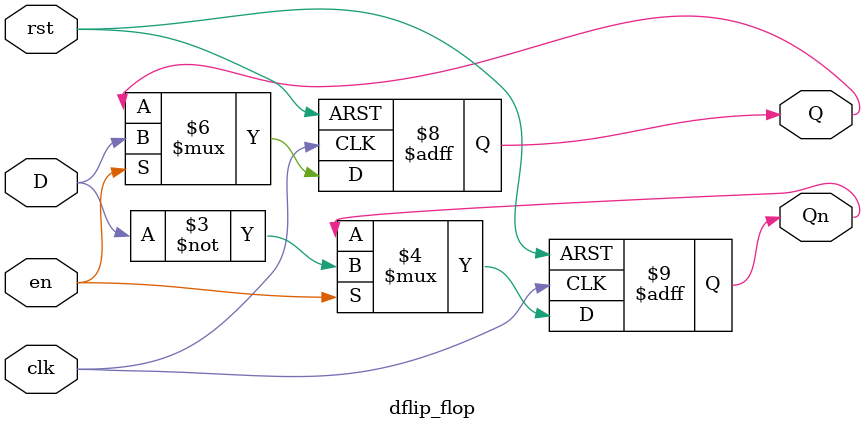
<source format=sv>
`timescale 1ns / 1ps

module dflip_flop(
 input  logic D, clk, rst, en,  // Added enable input
    output logic Q, Qn
);
    always_ff @(posedge clk or negedge rst) begin
        if (!rst) begin
            Q  <= 0;
            Qn <= 1;
        end 
        else if (en) begin  // Only update when enable is high
            Q  <= D;
            Qn <= ~D;
        end
        // When en is low, Q and Qn maintain their previous values
    end
endmodule
    
    

</source>
